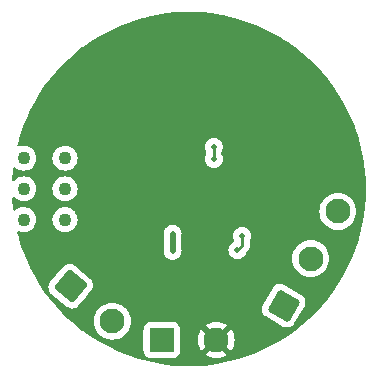
<source format=gbr>
%TF.GenerationSoftware,KiCad,Pcbnew,8.0.0*%
%TF.CreationDate,2024-03-10T03:06:54-05:00*%
%TF.ProjectId,Flashlight,466c6173-686c-4696-9768-742e6b696361,1.0*%
%TF.SameCoordinates,Original*%
%TF.FileFunction,Copper,L2,Bot*%
%TF.FilePolarity,Positive*%
%FSLAX46Y46*%
G04 Gerber Fmt 4.6, Leading zero omitted, Abs format (unit mm)*
G04 Created by KiCad (PCBNEW 8.0.0) date 2024-03-10 03:06:54*
%MOMM*%
%LPD*%
G01*
G04 APERTURE LIST*
G04 Aperture macros list*
%AMRoundRect*
0 Rectangle with rounded corners*
0 $1 Rounding radius*
0 $2 $3 $4 $5 $6 $7 $8 $9 X,Y pos of 4 corners*
0 Add a 4 corners polygon primitive as box body*
4,1,4,$2,$3,$4,$5,$6,$7,$8,$9,$2,$3,0*
0 Add four circle primitives for the rounded corners*
1,1,$1+$1,$2,$3*
1,1,$1+$1,$4,$5*
1,1,$1+$1,$6,$7*
1,1,$1+$1,$8,$9*
0 Add four rect primitives between the rounded corners*
20,1,$1+$1,$2,$3,$4,$5,0*
20,1,$1+$1,$4,$5,$6,$7,0*
20,1,$1+$1,$6,$7,$8,$9,0*
20,1,$1+$1,$8,$9,$2,$3,0*%
G04 Aperture macros list end*
%TA.AperFunction,ComponentPad*%
%ADD10RoundRect,0.250001X-0.799999X-0.799999X0.799999X-0.799999X0.799999X0.799999X-0.799999X0.799999X0*%
%TD*%
%TA.AperFunction,ComponentPad*%
%ADD11C,2.100000*%
%TD*%
%TA.AperFunction,ComponentPad*%
%ADD12RoundRect,0.250001X-1.127064X-0.098605X0.098605X-1.127064X1.127064X0.098605X-0.098605X1.127064X0*%
%TD*%
%TA.AperFunction,ComponentPad*%
%ADD13RoundRect,0.250001X0.292820X-1.092819X1.092819X0.292820X-0.292820X1.092819X-1.092819X-0.292820X0*%
%TD*%
%TA.AperFunction,ComponentPad*%
%ADD14C,1.100000*%
%TD*%
%TA.AperFunction,ViaPad*%
%ADD15C,0.500000*%
%TD*%
%TA.AperFunction,Conductor*%
%ADD16C,0.250000*%
%TD*%
%TA.AperFunction,Conductor*%
%ADD17C,0.500000*%
%TD*%
G04 APERTURE END LIST*
D10*
%TO.P,BT1,1,+*%
%TO.N,/VIN*%
X112600000Y-77600000D03*
D11*
%TO.P,BT1,2,-*%
%TO.N,GND*%
X117200000Y-77600000D03*
%TD*%
D12*
%TO.P,SW2,1,1*%
%TO.N,/CTRL*%
X104876196Y-73043177D03*
D11*
%TO.P,SW2,2,2*%
%TO.N,/VIN*%
X108400000Y-76000000D03*
%TD*%
%TO.P,SW1,3,C*%
%TO.N,Net-(LED3-A)*%
X127500000Y-66716282D03*
%TO.P,SW1,2,B*%
%TO.N,Net-(D1-K)*%
X125200000Y-70699999D03*
D13*
%TO.P,SW1,1,A*%
%TO.N,Net-(LED1-A)*%
X122900000Y-74683716D03*
%TD*%
D14*
%TO.P,SW3,1,A*%
%TO.N,Net-(SW3-A)*%
X100900001Y-67400000D03*
X104400001Y-67400000D03*
%TO.P,SW3,2,B*%
%TO.N,/FB*%
X100900001Y-64800000D03*
X104400001Y-64800000D03*
%TO.P,SW3,3,C*%
%TO.N,Net-(SW3-C)*%
X100900001Y-62200000D03*
X104400001Y-62200000D03*
%TD*%
D15*
%TO.N,GND*%
X118400000Y-65200000D03*
X117700000Y-65200000D03*
X109400000Y-69100000D03*
X109200000Y-70000000D03*
X109200000Y-68200000D03*
X106000000Y-58000000D03*
X106900000Y-58200000D03*
X107800000Y-58000000D03*
X110700000Y-73300000D03*
X110700000Y-72600000D03*
X111750000Y-68050000D03*
X121300000Y-65000000D03*
X121700000Y-64600000D03*
X122500000Y-64600000D03*
X122100000Y-65000000D03*
X122900000Y-65000000D03*
X120900000Y-64600000D03*
X116600000Y-73900000D03*
X114100000Y-73600000D03*
X116100000Y-73600000D03*
X115600000Y-73900000D03*
X114600000Y-73900000D03*
X115100000Y-73600000D03*
X114600000Y-73300000D03*
X115600000Y-73300000D03*
X116600000Y-73300000D03*
X115600000Y-56000000D03*
X115100000Y-56300000D03*
X115100000Y-55700000D03*
X114600000Y-56000000D03*
X114100000Y-56300000D03*
X114100000Y-55700000D03*
X113600000Y-56000000D03*
X113100000Y-56300000D03*
X113100000Y-55700000D03*
X108900000Y-65000000D03*
X108500000Y-64600000D03*
X107300000Y-65000000D03*
X108100000Y-65000000D03*
X107700000Y-64600000D03*
X106900000Y-64600000D03*
%TO.N,Net-(LED1-K)*%
X119000000Y-70000000D03*
X119400000Y-68800000D03*
X117000000Y-62300000D03*
X117000000Y-61235686D03*
%TO.N,/VIN*%
X113500000Y-70050000D03*
X113500000Y-68600000D03*
%TD*%
D16*
%TO.N,Net-(LED1-K)*%
X119400000Y-69600000D02*
X119000000Y-70000000D01*
X119400000Y-68800000D02*
X119400000Y-69600000D01*
X117000000Y-61235686D02*
X117000000Y-62300000D01*
D17*
%TO.N,/VIN*%
X113500000Y-68600000D02*
X113500000Y-70050000D01*
%TD*%
%TA.AperFunction,Conductor*%
%TO.N,GND*%
G36*
X115269354Y-49817622D02*
G01*
X116034279Y-49857053D01*
X116040599Y-49857542D01*
X116802483Y-49936298D01*
X116808814Y-49937117D01*
X117565629Y-50054988D01*
X117571879Y-50056127D01*
X117845043Y-50113211D01*
X118321652Y-50212809D01*
X118327868Y-50214276D01*
X119068509Y-50409327D01*
X119074575Y-50411093D01*
X119804285Y-50644041D01*
X119810309Y-50646137D01*
X120526974Y-50916309D01*
X120532889Y-50918715D01*
X121234731Y-51225437D01*
X121240515Y-51228144D01*
X121925627Y-51570586D01*
X121931263Y-51573587D01*
X122597832Y-51950839D01*
X122603306Y-51954126D01*
X122925233Y-52158892D01*
X123249575Y-52365195D01*
X123254861Y-52368752D01*
X123879116Y-52812549D01*
X123884223Y-52816381D01*
X124484800Y-53291720D01*
X124489704Y-53295811D01*
X125065020Y-53801444D01*
X125069706Y-53805781D01*
X125618212Y-54340341D01*
X125622669Y-54344914D01*
X126142945Y-54907020D01*
X126147160Y-54911816D01*
X126637792Y-55499937D01*
X126641755Y-55504944D01*
X127101489Y-56117580D01*
X127105189Y-56122785D01*
X127532749Y-56758236D01*
X127536176Y-56763624D01*
X127930467Y-57420258D01*
X127933612Y-57425815D01*
X128293582Y-58101886D01*
X128296437Y-58107598D01*
X128621111Y-58801271D01*
X128623668Y-58807122D01*
X128912218Y-59516627D01*
X128914471Y-59522602D01*
X129049394Y-59910478D01*
X129166117Y-60246030D01*
X129168053Y-60252094D01*
X129382121Y-60987509D01*
X129383747Y-60993684D01*
X129559668Y-61739121D01*
X129560974Y-61745371D01*
X129698287Y-62498869D01*
X129699266Y-62505159D01*
X129734321Y-62775908D01*
X129797615Y-63264780D01*
X129798271Y-63271131D01*
X129857504Y-64036333D01*
X129857710Y-64039520D01*
X129867499Y-64229448D01*
X129867611Y-64232239D01*
X129878705Y-64615063D01*
X129878757Y-64618655D01*
X129878757Y-65001344D01*
X129878705Y-65004936D01*
X129867611Y-65387760D01*
X129867499Y-65390551D01*
X129857710Y-65580479D01*
X129857504Y-65583666D01*
X129798271Y-66348868D01*
X129797615Y-66355219D01*
X129699270Y-67114820D01*
X129698287Y-67121130D01*
X129560974Y-67874628D01*
X129559668Y-67880878D01*
X129383747Y-68626315D01*
X129382121Y-68632490D01*
X129168053Y-69367905D01*
X129166113Y-69373980D01*
X129122592Y-69499093D01*
X128914471Y-70097397D01*
X128912218Y-70103372D01*
X128623668Y-70812877D01*
X128621111Y-70818728D01*
X128296437Y-71512401D01*
X128293582Y-71518113D01*
X127933612Y-72194184D01*
X127930467Y-72199741D01*
X127536176Y-72856375D01*
X127532749Y-72861763D01*
X127105189Y-73497214D01*
X127101489Y-73502419D01*
X126641755Y-74115055D01*
X126637792Y-74120062D01*
X126147160Y-74708183D01*
X126142945Y-74712979D01*
X125622669Y-75275085D01*
X125618212Y-75279658D01*
X125069706Y-75814218D01*
X125065020Y-75818555D01*
X124489704Y-76324188D01*
X124484800Y-76328279D01*
X123884223Y-76803618D01*
X123879116Y-76807450D01*
X123254861Y-77251247D01*
X123249563Y-77254812D01*
X122603306Y-77665873D01*
X122597832Y-77669160D01*
X121931263Y-78046412D01*
X121925627Y-78049413D01*
X121240515Y-78391855D01*
X121234731Y-78394562D01*
X120532889Y-78701284D01*
X120526974Y-78703690D01*
X119810309Y-78973862D01*
X119804278Y-78975960D01*
X119074613Y-79208895D01*
X119068482Y-79210679D01*
X118327866Y-79405723D01*
X118321652Y-79407190D01*
X117571887Y-79563870D01*
X117565604Y-79565015D01*
X116808815Y-79682881D01*
X116802483Y-79683701D01*
X116040619Y-79762455D01*
X116034252Y-79762948D01*
X115269336Y-79802378D01*
X115262953Y-79802542D01*
X114497047Y-79802542D01*
X114490664Y-79802378D01*
X113725747Y-79762948D01*
X113719380Y-79762455D01*
X112957516Y-79683701D01*
X112951184Y-79682881D01*
X112194395Y-79565015D01*
X112188112Y-79563870D01*
X111438347Y-79407190D01*
X111432133Y-79405723D01*
X110691517Y-79210679D01*
X110685398Y-79208898D01*
X110319578Y-79092116D01*
X109955721Y-78975960D01*
X109949690Y-78973862D01*
X109233025Y-78703690D01*
X109227110Y-78701284D01*
X108653382Y-78450551D01*
X111041500Y-78450551D01*
X111052113Y-78554428D01*
X111107883Y-78722735D01*
X111107884Y-78722738D01*
X111200967Y-78873647D01*
X111200970Y-78873651D01*
X111326348Y-78999029D01*
X111326352Y-78999032D01*
X111477261Y-79092115D01*
X111477264Y-79092116D01*
X111645571Y-79147886D01*
X111645572Y-79147886D01*
X111645575Y-79147887D01*
X111749456Y-79158500D01*
X111749461Y-79158500D01*
X113450539Y-79158500D01*
X113450544Y-79158500D01*
X113554425Y-79147887D01*
X113722738Y-79092115D01*
X113873651Y-78999030D01*
X113999030Y-78873651D01*
X114092115Y-78722738D01*
X114147887Y-78554425D01*
X114158500Y-78450544D01*
X114158500Y-77600000D01*
X115645207Y-77600000D01*
X115664348Y-77843219D01*
X115721303Y-78080457D01*
X115814668Y-78305861D01*
X115938504Y-78507941D01*
X116676212Y-77770233D01*
X116687482Y-77812292D01*
X116759890Y-77937708D01*
X116862292Y-78040110D01*
X116987708Y-78112518D01*
X117029765Y-78123787D01*
X116292057Y-78861494D01*
X116494138Y-78985331D01*
X116719542Y-79078696D01*
X116956780Y-79135651D01*
X116956779Y-79135651D01*
X117200000Y-79154792D01*
X117443219Y-79135651D01*
X117680457Y-79078696D01*
X117905861Y-78985331D01*
X118107941Y-78861495D01*
X118107941Y-78861494D01*
X117370235Y-78123787D01*
X117412292Y-78112518D01*
X117537708Y-78040110D01*
X117640110Y-77937708D01*
X117712518Y-77812292D01*
X117723787Y-77770234D01*
X118461494Y-78507941D01*
X118461495Y-78507941D01*
X118585331Y-78305861D01*
X118678696Y-78080457D01*
X118735651Y-77843219D01*
X118754792Y-77600000D01*
X118735651Y-77356780D01*
X118678696Y-77119542D01*
X118585331Y-76894138D01*
X118461494Y-76692057D01*
X117723787Y-77429764D01*
X117712518Y-77387708D01*
X117640110Y-77262292D01*
X117537708Y-77159890D01*
X117412292Y-77087482D01*
X117370234Y-77076212D01*
X118107941Y-76338504D01*
X117905861Y-76214668D01*
X117680457Y-76121303D01*
X117443219Y-76064348D01*
X117443220Y-76064348D01*
X117200000Y-76045207D01*
X116956780Y-76064348D01*
X116719542Y-76121303D01*
X116494138Y-76214668D01*
X116292057Y-76338504D01*
X117029766Y-77076212D01*
X116987708Y-77087482D01*
X116862292Y-77159890D01*
X116759890Y-77262292D01*
X116687482Y-77387708D01*
X116676212Y-77429765D01*
X115938504Y-76692057D01*
X115814668Y-76894138D01*
X115721303Y-77119542D01*
X115664348Y-77356780D01*
X115645207Y-77600000D01*
X114158500Y-77600000D01*
X114158500Y-76749456D01*
X114147887Y-76645575D01*
X114112007Y-76537293D01*
X114092116Y-76477264D01*
X114092115Y-76477261D01*
X113999032Y-76326352D01*
X113999029Y-76326348D01*
X113873651Y-76200970D01*
X113873647Y-76200967D01*
X113722738Y-76107884D01*
X113722735Y-76107883D01*
X113554428Y-76052113D01*
X113450551Y-76041500D01*
X113450544Y-76041500D01*
X111749456Y-76041500D01*
X111749448Y-76041500D01*
X111645571Y-76052113D01*
X111477264Y-76107883D01*
X111477261Y-76107884D01*
X111326352Y-76200967D01*
X111326348Y-76200970D01*
X111200970Y-76326348D01*
X111200967Y-76326352D01*
X111107884Y-76477261D01*
X111107883Y-76477264D01*
X111052113Y-76645571D01*
X111041500Y-76749448D01*
X111041500Y-78450551D01*
X108653382Y-78450551D01*
X108525268Y-78394562D01*
X108519484Y-78391855D01*
X107834372Y-78049413D01*
X107828736Y-78046412D01*
X107162167Y-77669160D01*
X107156693Y-77665873D01*
X106510436Y-77254812D01*
X106505138Y-77251247D01*
X105880883Y-76807450D01*
X105875776Y-76803618D01*
X105275199Y-76328279D01*
X105270295Y-76324188D01*
X105224815Y-76284217D01*
X105024180Y-76107883D01*
X104901429Y-76000000D01*
X106836681Y-76000000D01*
X106855927Y-76244554D01*
X106913193Y-76483087D01*
X107007071Y-76709730D01*
X107064606Y-76803618D01*
X107135248Y-76918896D01*
X107294567Y-77105433D01*
X107481104Y-77264752D01*
X107481106Y-77264753D01*
X107690269Y-77392928D01*
X107797108Y-77437182D01*
X107916908Y-77486805D01*
X108155443Y-77544072D01*
X108400000Y-77563319D01*
X108644557Y-77544072D01*
X108883092Y-77486805D01*
X109109732Y-77392927D01*
X109318896Y-77264752D01*
X109505433Y-77105433D01*
X109664752Y-76918896D01*
X109792927Y-76709732D01*
X109886805Y-76483092D01*
X109944072Y-76244557D01*
X109963319Y-76000000D01*
X109944072Y-75755443D01*
X109886805Y-75516908D01*
X109837182Y-75397108D01*
X109792928Y-75290269D01*
X109711939Y-75158106D01*
X109664752Y-75081104D01*
X109518595Y-74909978D01*
X121046422Y-74909978D01*
X121051579Y-75087215D01*
X121051580Y-75087218D01*
X121097469Y-75258483D01*
X121181624Y-75414558D01*
X121299499Y-75547012D01*
X121384157Y-75608145D01*
X122628128Y-76326352D01*
X122857343Y-76458689D01*
X122952613Y-76501438D01*
X123126262Y-76537294D01*
X123303499Y-76532137D01*
X123450638Y-76492710D01*
X123474767Y-76486246D01*
X123474767Y-76486245D01*
X123474770Y-76486245D01*
X123630840Y-76402093D01*
X123763297Y-76284216D01*
X123824429Y-76199559D01*
X124674973Y-74726373D01*
X124717722Y-74631103D01*
X124753578Y-74457454D01*
X124748421Y-74280217D01*
X124702529Y-74108946D01*
X124618377Y-73952876D01*
X124618376Y-73952874D01*
X124618375Y-73952873D01*
X124500500Y-73820419D01*
X124415842Y-73759286D01*
X122942670Y-72908750D01*
X122942653Y-72908741D01*
X122847388Y-72865994D01*
X122673739Y-72830138D01*
X122673738Y-72830138D01*
X122496501Y-72835295D01*
X122496497Y-72835295D01*
X122496497Y-72835296D01*
X122325232Y-72881185D01*
X122169157Y-72965340D01*
X122036703Y-73083214D01*
X122036703Y-73083215D01*
X121975570Y-73167873D01*
X121125034Y-74641045D01*
X121125025Y-74641062D01*
X121082278Y-74736326D01*
X121082278Y-74736327D01*
X121060372Y-74842420D01*
X121046422Y-74909978D01*
X109518595Y-74909978D01*
X109505433Y-74894567D01*
X109318896Y-74735248D01*
X109318893Y-74735246D01*
X109109730Y-74607071D01*
X108883087Y-74513193D01*
X108644553Y-74455927D01*
X108644554Y-74455927D01*
X108400000Y-74436681D01*
X108155445Y-74455927D01*
X107916912Y-74513193D01*
X107690269Y-74607071D01*
X107481106Y-74735246D01*
X107294567Y-74894567D01*
X107135246Y-75081106D01*
X107007071Y-75290269D01*
X106913193Y-75516912D01*
X106855927Y-75755445D01*
X106836681Y-76000000D01*
X104901429Y-76000000D01*
X104694979Y-75818555D01*
X104690293Y-75814218D01*
X104141787Y-75279658D01*
X104137330Y-75275085D01*
X104121963Y-75258483D01*
X103799391Y-74909976D01*
X103617054Y-74712979D01*
X103612839Y-74708183D01*
X103122207Y-74120062D01*
X103118244Y-74115055D01*
X103039023Y-74009487D01*
X102658504Y-73502411D01*
X102654820Y-73497228D01*
X102400718Y-73119575D01*
X102985789Y-73119575D01*
X103001243Y-73296208D01*
X103057015Y-73464518D01*
X103057020Y-73464529D01*
X103150101Y-73615435D01*
X103222856Y-73690337D01*
X104525952Y-74783766D01*
X104525957Y-74783768D01*
X104525966Y-74783776D01*
X104612365Y-74842420D01*
X104612369Y-74842422D01*
X104777146Y-74907884D01*
X104777148Y-74907884D01*
X104777150Y-74907885D01*
X104952590Y-74933583D01*
X105129228Y-74918129D01*
X105297540Y-74862357D01*
X105448454Y-74769272D01*
X105523357Y-74696516D01*
X106147347Y-73952873D01*
X106616785Y-73393420D01*
X106616787Y-73393416D01*
X106616795Y-73393407D01*
X106675439Y-73307008D01*
X106740904Y-73142223D01*
X106766602Y-72966783D01*
X106764620Y-72944131D01*
X106751148Y-72790145D01*
X106718937Y-72692937D01*
X106695376Y-72621833D01*
X106695372Y-72621827D01*
X106695371Y-72621824D01*
X106602290Y-72470918D01*
X106529535Y-72396016D01*
X105226439Y-71302587D01*
X105226435Y-71302585D01*
X105226431Y-71302582D01*
X105226426Y-71302578D01*
X105140027Y-71243934D01*
X105140028Y-71243934D01*
X105140026Y-71243933D01*
X105140022Y-71243931D01*
X104975245Y-71178469D01*
X104799796Y-71152770D01*
X104623164Y-71168224D01*
X104454854Y-71223996D01*
X104454843Y-71224001D01*
X104303937Y-71317082D01*
X104229035Y-71389837D01*
X103135606Y-72692933D01*
X103135604Y-72692937D01*
X103076952Y-72779346D01*
X103076950Y-72779350D01*
X103011488Y-72944127D01*
X102985789Y-73119575D01*
X102400718Y-73119575D01*
X102227243Y-72861752D01*
X102223823Y-72856375D01*
X102211166Y-72835296D01*
X101829520Y-72199720D01*
X101826399Y-72194206D01*
X101466410Y-71518099D01*
X101463562Y-71512401D01*
X101415506Y-71409729D01*
X101138882Y-70818716D01*
X101136331Y-70812877D01*
X100847781Y-70103372D01*
X100845528Y-70097397D01*
X100829041Y-70050001D01*
X112736701Y-70050001D01*
X112740720Y-70085668D01*
X112741500Y-70099553D01*
X112741500Y-70124711D01*
X112748826Y-70161547D01*
X112750428Y-70171847D01*
X112755836Y-70219845D01*
X112755838Y-70219850D01*
X112763589Y-70242003D01*
X112763593Y-70242013D01*
X112768166Y-70258767D01*
X112770648Y-70271246D01*
X112770649Y-70271247D01*
X112789763Y-70317391D01*
X112792244Y-70323891D01*
X112812291Y-70381185D01*
X112818159Y-70390524D01*
X112827715Y-70409018D01*
X112827822Y-70409276D01*
X112827824Y-70409281D01*
X112827825Y-70409283D01*
X112827826Y-70409284D01*
X112862488Y-70461160D01*
X112864342Y-70464021D01*
X112903228Y-70525908D01*
X112907709Y-70530389D01*
X112907738Y-70530420D01*
X113020803Y-70643485D01*
X113020825Y-70643505D01*
X113024091Y-70646771D01*
X113024096Y-70646774D01*
X113085970Y-70685652D01*
X113088879Y-70687537D01*
X113140716Y-70722174D01*
X113140964Y-70722276D01*
X113159483Y-70731844D01*
X113168817Y-70737709D01*
X113226110Y-70757756D01*
X113232611Y-70760238D01*
X113278745Y-70779348D01*
X113278751Y-70779349D01*
X113278754Y-70779351D01*
X113291225Y-70781831D01*
X113307986Y-70786407D01*
X113330146Y-70794161D01*
X113330147Y-70794161D01*
X113330150Y-70794162D01*
X113378174Y-70799572D01*
X113388447Y-70801170D01*
X113425294Y-70808500D01*
X113450446Y-70808500D01*
X113464330Y-70809280D01*
X113499998Y-70813299D01*
X113500000Y-70813299D01*
X113500002Y-70813299D01*
X113535670Y-70809280D01*
X113549554Y-70808500D01*
X113574706Y-70808500D01*
X113611551Y-70801170D01*
X113621824Y-70799572D01*
X113669850Y-70794162D01*
X113692018Y-70786404D01*
X113708766Y-70781833D01*
X113721246Y-70779351D01*
X113767412Y-70760227D01*
X113773847Y-70757770D01*
X113831183Y-70737709D01*
X113840520Y-70731841D01*
X113859041Y-70722274D01*
X113859284Y-70722174D01*
X113911180Y-70687497D01*
X113914029Y-70685652D01*
X113975909Y-70646771D01*
X113976431Y-70646248D01*
X113976450Y-70646235D01*
X113976448Y-70646233D01*
X114096233Y-70526448D01*
X114096235Y-70526450D01*
X114096248Y-70526431D01*
X114096771Y-70525909D01*
X114135659Y-70464018D01*
X114137497Y-70461180D01*
X114172174Y-70409284D01*
X114172274Y-70409041D01*
X114181841Y-70390520D01*
X114187709Y-70381183D01*
X114207770Y-70323847D01*
X114210236Y-70317391D01*
X114229351Y-70271246D01*
X114231833Y-70258766D01*
X114236404Y-70242018D01*
X114244162Y-70219850D01*
X114249572Y-70171824D01*
X114251171Y-70161547D01*
X114258500Y-70124706D01*
X114258500Y-70099553D01*
X114259280Y-70085668D01*
X114263299Y-70050001D01*
X114263299Y-70049998D01*
X114259280Y-70014329D01*
X114258500Y-70000445D01*
X114258500Y-70000003D01*
X118236701Y-70000003D01*
X118255836Y-70169844D01*
X118255837Y-70169849D01*
X118312291Y-70331183D01*
X118395785Y-70464063D01*
X118403229Y-70475909D01*
X118524091Y-70596771D01*
X118668817Y-70687709D01*
X118830150Y-70744162D01*
X118830155Y-70744163D01*
X118999996Y-70763299D01*
X119000000Y-70763299D01*
X119000004Y-70763299D01*
X119169844Y-70744163D01*
X119169847Y-70744162D01*
X119169850Y-70744162D01*
X119296060Y-70699999D01*
X123636681Y-70699999D01*
X123655927Y-70944553D01*
X123713193Y-71183086D01*
X123807071Y-71409729D01*
X123873489Y-71518113D01*
X123935248Y-71618895D01*
X124094567Y-71805432D01*
X124281104Y-71964751D01*
X124281106Y-71964752D01*
X124490269Y-72092927D01*
X124597108Y-72137181D01*
X124716908Y-72186804D01*
X124955443Y-72244071D01*
X125200000Y-72263318D01*
X125444557Y-72244071D01*
X125683092Y-72186804D01*
X125909732Y-72092926D01*
X126118896Y-71964751D01*
X126305433Y-71805432D01*
X126464752Y-71618895D01*
X126592927Y-71409731D01*
X126686805Y-71183091D01*
X126744072Y-70944556D01*
X126763319Y-70699999D01*
X126744072Y-70455442D01*
X126686805Y-70216907D01*
X126617670Y-70050001D01*
X126592928Y-69990268D01*
X126467008Y-69784785D01*
X126464752Y-69781103D01*
X126305433Y-69594566D01*
X126118896Y-69435247D01*
X126118893Y-69435245D01*
X125909730Y-69307070D01*
X125683087Y-69213192D01*
X125444553Y-69155926D01*
X125444554Y-69155926D01*
X125200000Y-69136680D01*
X124955445Y-69155926D01*
X124716912Y-69213192D01*
X124490269Y-69307070D01*
X124281106Y-69435245D01*
X124094567Y-69594566D01*
X123935246Y-69781105D01*
X123807071Y-69990268D01*
X123713193Y-70216911D01*
X123655927Y-70455444D01*
X123636681Y-70699999D01*
X119296060Y-70699999D01*
X119331183Y-70687709D01*
X119475909Y-70596771D01*
X119596771Y-70475909D01*
X119687709Y-70331183D01*
X119744162Y-70169850D01*
X119744163Y-70169844D01*
X119744561Y-70168708D01*
X119773919Y-70121983D01*
X119892071Y-70003833D01*
X119961400Y-69900075D01*
X120009155Y-69784785D01*
X120009887Y-69781103D01*
X120009888Y-69781097D01*
X120009889Y-69781097D01*
X120009889Y-69781092D01*
X120029528Y-69682358D01*
X120033500Y-69662395D01*
X120033500Y-69253178D01*
X120052506Y-69187206D01*
X120087709Y-69131183D01*
X120144162Y-68969850D01*
X120163299Y-68800000D01*
X120146348Y-68649553D01*
X120144163Y-68630155D01*
X120144162Y-68630150D01*
X120121130Y-68564329D01*
X120087709Y-68468817D01*
X119996771Y-68324091D01*
X119875909Y-68203229D01*
X119875908Y-68203228D01*
X119731183Y-68112291D01*
X119569849Y-68055837D01*
X119569844Y-68055836D01*
X119400004Y-68036701D01*
X119399996Y-68036701D01*
X119230155Y-68055836D01*
X119230150Y-68055837D01*
X119068816Y-68112291D01*
X118924091Y-68203228D01*
X118803228Y-68324091D01*
X118712291Y-68468816D01*
X118655837Y-68630150D01*
X118655836Y-68630155D01*
X118636701Y-68799996D01*
X118636701Y-68800003D01*
X118655836Y-68969844D01*
X118655839Y-68969857D01*
X118712290Y-69131181D01*
X118715731Y-69136657D01*
X118734732Y-69203894D01*
X118714365Y-69270729D01*
X118673441Y-69306561D01*
X118674713Y-69308586D01*
X118524091Y-69403228D01*
X118403228Y-69524091D01*
X118312291Y-69668816D01*
X118255837Y-69830150D01*
X118255836Y-69830155D01*
X118236701Y-69999996D01*
X118236701Y-70000003D01*
X114258500Y-70000003D01*
X114258500Y-68649553D01*
X114259280Y-68635668D01*
X114259641Y-68632469D01*
X114263299Y-68600000D01*
X114259279Y-68564328D01*
X114258500Y-68550445D01*
X114258500Y-68525294D01*
X114258499Y-68525290D01*
X114251170Y-68488447D01*
X114249572Y-68478174D01*
X114244162Y-68430150D01*
X114236407Y-68407986D01*
X114231830Y-68391219D01*
X114230127Y-68382659D01*
X114229351Y-68378754D01*
X114229349Y-68378751D01*
X114229348Y-68378745D01*
X114210238Y-68332611D01*
X114207756Y-68326110D01*
X114187709Y-68268817D01*
X114181844Y-68259483D01*
X114172276Y-68240964D01*
X114172174Y-68240716D01*
X114137530Y-68188868D01*
X114135652Y-68185970D01*
X114114366Y-68152094D01*
X114096771Y-68124091D01*
X114093505Y-68120825D01*
X114093485Y-68120803D01*
X113980420Y-68007738D01*
X113980389Y-68007709D01*
X113975908Y-68003228D01*
X113914021Y-67964342D01*
X113911160Y-67962488D01*
X113859284Y-67927826D01*
X113859283Y-67927825D01*
X113859281Y-67927824D01*
X113859276Y-67927822D01*
X113859018Y-67927715D01*
X113840524Y-67918159D01*
X113831185Y-67912291D01*
X113795517Y-67899810D01*
X113773877Y-67892238D01*
X113767391Y-67889763D01*
X113767386Y-67889761D01*
X113745941Y-67880878D01*
X113721247Y-67870649D01*
X113721246Y-67870648D01*
X113708767Y-67868166D01*
X113692018Y-67863594D01*
X113678464Y-67858852D01*
X113669845Y-67855836D01*
X113621847Y-67850428D01*
X113611547Y-67848826D01*
X113574711Y-67841500D01*
X113574706Y-67841500D01*
X113549554Y-67841500D01*
X113535670Y-67840720D01*
X113500002Y-67836701D01*
X113499998Y-67836701D01*
X113464330Y-67840720D01*
X113450446Y-67841500D01*
X113425290Y-67841500D01*
X113388455Y-67848826D01*
X113378153Y-67850428D01*
X113330155Y-67855836D01*
X113330147Y-67855838D01*
X113307979Y-67863594D01*
X113291232Y-67868166D01*
X113278752Y-67870649D01*
X113232610Y-67889761D01*
X113226116Y-67892240D01*
X113168818Y-67912290D01*
X113159472Y-67918162D01*
X113140973Y-67927719D01*
X113140717Y-67927824D01*
X113140716Y-67927825D01*
X113088868Y-67962467D01*
X113085956Y-67964355D01*
X113024092Y-68003228D01*
X113024089Y-68003230D01*
X113020288Y-68007031D01*
X113016487Y-68010832D01*
X113016486Y-68010832D01*
X112910832Y-68116486D01*
X112910832Y-68116487D01*
X112907031Y-68120288D01*
X112903230Y-68124089D01*
X112903228Y-68124092D01*
X112864355Y-68185956D01*
X112862467Y-68188868D01*
X112827825Y-68240716D01*
X112827824Y-68240717D01*
X112827719Y-68240973D01*
X112818162Y-68259472D01*
X112812290Y-68268818D01*
X112792240Y-68326116D01*
X112789761Y-68332610D01*
X112770649Y-68378752D01*
X112768166Y-68391232D01*
X112763594Y-68407979D01*
X112755838Y-68430147D01*
X112755836Y-68430155D01*
X112750428Y-68478153D01*
X112748826Y-68488455D01*
X112741500Y-68525290D01*
X112741500Y-68550445D01*
X112740720Y-68564328D01*
X112736701Y-68600000D01*
X112740359Y-68632469D01*
X112740720Y-68635668D01*
X112741500Y-68649553D01*
X112741500Y-70000445D01*
X112740720Y-70014329D01*
X112736701Y-70049998D01*
X112736701Y-70050001D01*
X100829041Y-70050001D01*
X100776888Y-69900072D01*
X100593874Y-69373945D01*
X100591953Y-69367929D01*
X100377872Y-68632469D01*
X100376252Y-68626316D01*
X100376252Y-68626315D01*
X100354799Y-68535411D01*
X100358559Y-68465648D01*
X100399441Y-68408987D01*
X100464467Y-68383424D01*
X100511475Y-68388272D01*
X100692499Y-68443185D01*
X100900001Y-68463622D01*
X101107503Y-68443185D01*
X101307032Y-68382659D01*
X101490918Y-68284369D01*
X101652095Y-68152094D01*
X101784370Y-67990917D01*
X101882660Y-67807031D01*
X101943186Y-67607502D01*
X101963623Y-67400000D01*
X103336379Y-67400000D01*
X103356815Y-67607500D01*
X103356816Y-67607502D01*
X103417342Y-67807031D01*
X103510349Y-67981034D01*
X103515634Y-67990920D01*
X103647906Y-68152094D01*
X103790135Y-68268818D01*
X103809084Y-68284369D01*
X103992970Y-68382659D01*
X104192499Y-68443185D01*
X104400001Y-68463622D01*
X104607503Y-68443185D01*
X104807032Y-68382659D01*
X104990918Y-68284369D01*
X105152095Y-68152094D01*
X105284370Y-67990917D01*
X105382660Y-67807031D01*
X105443186Y-67607502D01*
X105463623Y-67400000D01*
X105443186Y-67192498D01*
X105382660Y-66992969D01*
X105284370Y-66809083D01*
X105284367Y-66809079D01*
X105208211Y-66716282D01*
X125936681Y-66716282D01*
X125955927Y-66960836D01*
X126013193Y-67199369D01*
X126107071Y-67426012D01*
X126218287Y-67607500D01*
X126235248Y-67635178D01*
X126394567Y-67821715D01*
X126581104Y-67981034D01*
X126581106Y-67981035D01*
X126790269Y-68109210D01*
X126826198Y-68124092D01*
X127016908Y-68203087D01*
X127255443Y-68260354D01*
X127500000Y-68279601D01*
X127744557Y-68260354D01*
X127983092Y-68203087D01*
X128181742Y-68120803D01*
X128209730Y-68109210D01*
X128209732Y-68109209D01*
X128418896Y-67981034D01*
X128605433Y-67821715D01*
X128764752Y-67635178D01*
X128892927Y-67426014D01*
X128986805Y-67199374D01*
X129044072Y-66960839D01*
X129063319Y-66716282D01*
X129044072Y-66471725D01*
X128986805Y-66233190D01*
X128937182Y-66113390D01*
X128892928Y-66006551D01*
X128764753Y-65797388D01*
X128764752Y-65797386D01*
X128605433Y-65610849D01*
X128418896Y-65451530D01*
X128418893Y-65451528D01*
X128209730Y-65323353D01*
X127983087Y-65229475D01*
X127744553Y-65172209D01*
X127744554Y-65172209D01*
X127500000Y-65152963D01*
X127255445Y-65172209D01*
X127016912Y-65229475D01*
X126790269Y-65323353D01*
X126581106Y-65451528D01*
X126394567Y-65610849D01*
X126235246Y-65797388D01*
X126107071Y-66006551D01*
X126013193Y-66233194D01*
X125955927Y-66471727D01*
X125936681Y-66716282D01*
X105208211Y-66716282D01*
X105152095Y-66647905D01*
X104990921Y-66515633D01*
X104990919Y-66515632D01*
X104990918Y-66515631D01*
X104807032Y-66417341D01*
X104707267Y-66387078D01*
X104607501Y-66356814D01*
X104400001Y-66336378D01*
X104192500Y-66356814D01*
X103992967Y-66417342D01*
X103809080Y-66515633D01*
X103647906Y-66647905D01*
X103515634Y-66809079D01*
X103417343Y-66992966D01*
X103356815Y-67192499D01*
X103336379Y-67400000D01*
X101963623Y-67400000D01*
X101943186Y-67192498D01*
X101882660Y-66992969D01*
X101784370Y-66809083D01*
X101784367Y-66809079D01*
X101652095Y-66647905D01*
X101490921Y-66515633D01*
X101490919Y-66515632D01*
X101490918Y-66515631D01*
X101307032Y-66417341D01*
X101207267Y-66387078D01*
X101107501Y-66356814D01*
X100900001Y-66336378D01*
X100692500Y-66356814D01*
X100492967Y-66417342D01*
X100309080Y-66515633D01*
X100187374Y-66615515D01*
X100123064Y-66642828D01*
X100054196Y-66631037D01*
X100002636Y-66583885D01*
X99985736Y-66535587D01*
X99962382Y-66355211D01*
X99961728Y-66348870D01*
X99917899Y-65782657D01*
X99904638Y-65611345D01*
X99919090Y-65542988D01*
X99968205Y-65493295D01*
X100036390Y-65478043D01*
X100101996Y-65502077D01*
X100124121Y-65523111D01*
X100147908Y-65552096D01*
X100309080Y-65684366D01*
X100309084Y-65684369D01*
X100492970Y-65782659D01*
X100692499Y-65843185D01*
X100900001Y-65863622D01*
X101107503Y-65843185D01*
X101307032Y-65782659D01*
X101490918Y-65684369D01*
X101652095Y-65552094D01*
X101784370Y-65390917D01*
X101882660Y-65207031D01*
X101943186Y-65007502D01*
X101963623Y-64800000D01*
X103336379Y-64800000D01*
X103356815Y-65007500D01*
X103356816Y-65007502D01*
X103417342Y-65207031D01*
X103515436Y-65390551D01*
X103515634Y-65390920D01*
X103647906Y-65552094D01*
X103720104Y-65611345D01*
X103809084Y-65684369D01*
X103992970Y-65782659D01*
X104192499Y-65843185D01*
X104400001Y-65863622D01*
X104607503Y-65843185D01*
X104807032Y-65782659D01*
X104990918Y-65684369D01*
X105152095Y-65552094D01*
X105284370Y-65390917D01*
X105382660Y-65207031D01*
X105443186Y-65007502D01*
X105463623Y-64800000D01*
X105443186Y-64592498D01*
X105382660Y-64392969D01*
X105284370Y-64209083D01*
X105284367Y-64209079D01*
X105152095Y-64047905D01*
X104990921Y-63915633D01*
X104990919Y-63915632D01*
X104990918Y-63915631D01*
X104807032Y-63817341D01*
X104707267Y-63787078D01*
X104607501Y-63756814D01*
X104400001Y-63736378D01*
X104192500Y-63756814D01*
X103992967Y-63817342D01*
X103809080Y-63915633D01*
X103647906Y-64047905D01*
X103515634Y-64209079D01*
X103417343Y-64392966D01*
X103356815Y-64592499D01*
X103336379Y-64800000D01*
X101963623Y-64800000D01*
X101943186Y-64592498D01*
X101882660Y-64392969D01*
X101784370Y-64209083D01*
X101784367Y-64209079D01*
X101652095Y-64047905D01*
X101490921Y-63915633D01*
X101490919Y-63915632D01*
X101490918Y-63915631D01*
X101307032Y-63817341D01*
X101207267Y-63787078D01*
X101107501Y-63756814D01*
X100900001Y-63736378D01*
X100692500Y-63756814D01*
X100492967Y-63817342D01*
X100309080Y-63915633D01*
X100147907Y-64047905D01*
X100125828Y-64074807D01*
X100068081Y-64114140D01*
X99998236Y-64116008D01*
X99938469Y-64079818D01*
X99907755Y-64017061D01*
X99906347Y-63986577D01*
X99961728Y-63271120D01*
X99962384Y-63264778D01*
X99965180Y-63243185D01*
X99988077Y-63066334D01*
X100016206Y-63002380D01*
X100074447Y-62963783D01*
X100144310Y-62962802D01*
X100189714Y-62986404D01*
X100309084Y-63084369D01*
X100492970Y-63182659D01*
X100692499Y-63243185D01*
X100900001Y-63263622D01*
X101107503Y-63243185D01*
X101307032Y-63182659D01*
X101490918Y-63084369D01*
X101652095Y-62952094D01*
X101784370Y-62790917D01*
X101882660Y-62607031D01*
X101943186Y-62407502D01*
X101963623Y-62200000D01*
X103336379Y-62200000D01*
X103356815Y-62407500D01*
X103375729Y-62469850D01*
X103417342Y-62607031D01*
X103507609Y-62775908D01*
X103515634Y-62790920D01*
X103647906Y-62952094D01*
X103783410Y-63063299D01*
X103809084Y-63084369D01*
X103992970Y-63182659D01*
X104192499Y-63243185D01*
X104400001Y-63263622D01*
X104607503Y-63243185D01*
X104807032Y-63182659D01*
X104990918Y-63084369D01*
X105152095Y-62952094D01*
X105284370Y-62790917D01*
X105382660Y-62607031D01*
X105443186Y-62407502D01*
X105453774Y-62300003D01*
X116236701Y-62300003D01*
X116255836Y-62469844D01*
X116255837Y-62469849D01*
X116312291Y-62631183D01*
X116403229Y-62775909D01*
X116524091Y-62896771D01*
X116668817Y-62987709D01*
X116830150Y-63044162D01*
X116830155Y-63044163D01*
X116999996Y-63063299D01*
X117000000Y-63063299D01*
X117000004Y-63063299D01*
X117169844Y-63044163D01*
X117169847Y-63044162D01*
X117169850Y-63044162D01*
X117331183Y-62987709D01*
X117475909Y-62896771D01*
X117596771Y-62775909D01*
X117687709Y-62631183D01*
X117744162Y-62469850D01*
X117763299Y-62300000D01*
X117744162Y-62130150D01*
X117687709Y-61968817D01*
X117687708Y-61968815D01*
X117652506Y-61912791D01*
X117633500Y-61846819D01*
X117633500Y-61688864D01*
X117652506Y-61622892D01*
X117687709Y-61566869D01*
X117729336Y-61447906D01*
X117744160Y-61405543D01*
X117744163Y-61405530D01*
X117763299Y-61235689D01*
X117763299Y-61235682D01*
X117744163Y-61065841D01*
X117744162Y-61065836D01*
X117718906Y-60993659D01*
X117687709Y-60904503D01*
X117596771Y-60759777D01*
X117475909Y-60638915D01*
X117475908Y-60638914D01*
X117331183Y-60547977D01*
X117169849Y-60491523D01*
X117169844Y-60491522D01*
X117000004Y-60472387D01*
X116999996Y-60472387D01*
X116830155Y-60491522D01*
X116830150Y-60491523D01*
X116668816Y-60547977D01*
X116524091Y-60638914D01*
X116403228Y-60759777D01*
X116312291Y-60904502D01*
X116255837Y-61065836D01*
X116255836Y-61065841D01*
X116236701Y-61235682D01*
X116236701Y-61235689D01*
X116255836Y-61405530D01*
X116255839Y-61405543D01*
X116312290Y-61566867D01*
X116312291Y-61566869D01*
X116347493Y-61622892D01*
X116366500Y-61688864D01*
X116366500Y-61846819D01*
X116347494Y-61912791D01*
X116312291Y-61968815D01*
X116255837Y-62130150D01*
X116255836Y-62130155D01*
X116236701Y-62299996D01*
X116236701Y-62300003D01*
X105453774Y-62300003D01*
X105463623Y-62200000D01*
X105443186Y-61992498D01*
X105382660Y-61792969D01*
X105284370Y-61609083D01*
X105249726Y-61566869D01*
X105152095Y-61447905D01*
X104990921Y-61315633D01*
X104990919Y-61315632D01*
X104990918Y-61315631D01*
X104807032Y-61217341D01*
X104662698Y-61173558D01*
X104607501Y-61156814D01*
X104400001Y-61136378D01*
X104192500Y-61156814D01*
X103992967Y-61217342D01*
X103809080Y-61315633D01*
X103647906Y-61447905D01*
X103515634Y-61609079D01*
X103417343Y-61792966D01*
X103356815Y-61992499D01*
X103336379Y-62200000D01*
X101963623Y-62200000D01*
X101943186Y-61992498D01*
X101882660Y-61792969D01*
X101784370Y-61609083D01*
X101749726Y-61566869D01*
X101652095Y-61447905D01*
X101490921Y-61315633D01*
X101490919Y-61315632D01*
X101490918Y-61315631D01*
X101307032Y-61217341D01*
X101162698Y-61173558D01*
X101107501Y-61156814D01*
X100900001Y-61136378D01*
X100692500Y-61156814D01*
X100516563Y-61210184D01*
X100446696Y-61210807D01*
X100387583Y-61173558D01*
X100357992Y-61110264D01*
X100359882Y-61063047D01*
X100376258Y-60993659D01*
X100377869Y-60987539D01*
X100591957Y-60252058D01*
X100593870Y-60246065D01*
X100845532Y-59522589D01*
X100847781Y-59516627D01*
X101136331Y-58807122D01*
X101138876Y-58801297D01*
X101463576Y-58107568D01*
X101466402Y-58101915D01*
X101826408Y-57425776D01*
X101829510Y-57420295D01*
X102223839Y-56763598D01*
X102227231Y-56758265D01*
X102654833Y-56122752D01*
X102658490Y-56117606D01*
X103118257Y-55504927D01*
X103122196Y-55499950D01*
X103612841Y-54911813D01*
X103617054Y-54907020D01*
X103639829Y-54882413D01*
X104137353Y-54344889D01*
X104141763Y-54340364D01*
X104690305Y-53805769D01*
X104694968Y-53801453D01*
X105270324Y-53295786D01*
X105275199Y-53291720D01*
X105875776Y-52816381D01*
X105880883Y-52812549D01*
X106505138Y-52368752D01*
X106510406Y-52365206D01*
X107156698Y-51954122D01*
X107162167Y-51950839D01*
X107828750Y-51573579D01*
X107834357Y-51570593D01*
X108519500Y-51228136D01*
X108525251Y-51225444D01*
X109227110Y-50918715D01*
X109233011Y-50916314D01*
X109949709Y-50646130D01*
X109955702Y-50644045D01*
X110685434Y-50411089D01*
X110691480Y-50409330D01*
X111432140Y-50214274D01*
X111438347Y-50212809D01*
X111629232Y-50172919D01*
X112188127Y-50056126D01*
X112194363Y-50054989D01*
X112951189Y-49937117D01*
X112957511Y-49936298D01*
X113719403Y-49857542D01*
X113725717Y-49857053D01*
X114490645Y-49817622D01*
X114497028Y-49817459D01*
X115262972Y-49817459D01*
X115269354Y-49817622D01*
G37*
%TD.AperFunction*%
%TD*%
M02*

</source>
